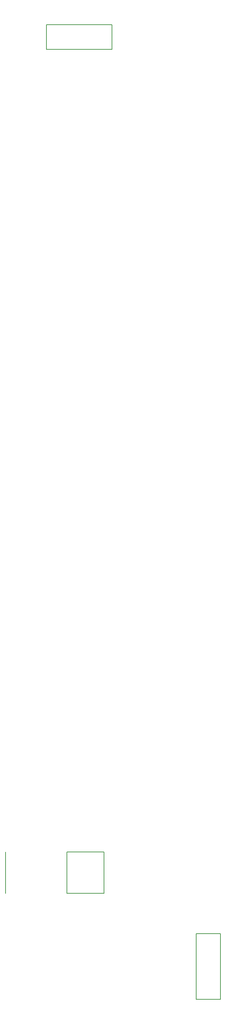
<source format=gto>
G75*
G70*
%OFA0B0*%
%FSLAX24Y24*%
%IPPOS*%
%LPD*%
%AMOC8*
5,1,8,0,0,1.08239X$1,22.5*
%
%ADD10C,0.0050*%
D10*
X009393Y022326D02*
X009393Y026302D01*
X015298Y026302D02*
X015298Y022326D01*
X018841Y022326D01*
X018841Y026302D01*
X015298Y026302D01*
X027700Y018448D02*
X027700Y012149D01*
X030062Y012149D01*
X030062Y018448D01*
X027700Y018448D01*
X019629Y103251D02*
X013330Y103251D01*
X013330Y105613D01*
X019629Y105613D01*
X019629Y103251D01*
M02*

</source>
